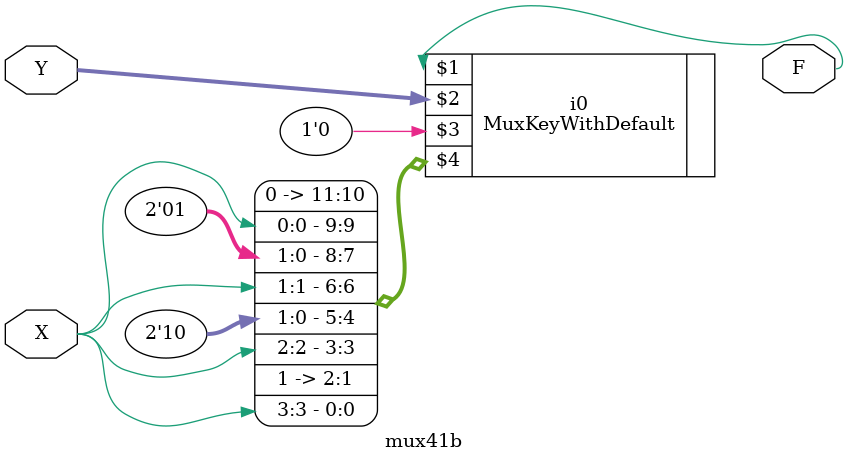
<source format=v>
module mux41b(X,Y,F);
  input  [3:0] X;
  input  [1:0] Y;
  output F;
  MuxKeyWithDefault #(4, 2, 1) i0 (F,Y, 1'b0, {
    2'b00, X[0],
    2'b01, X[1],
    2'b10, X[2],
    2'b11, X[3]
  });
endmodule

</source>
